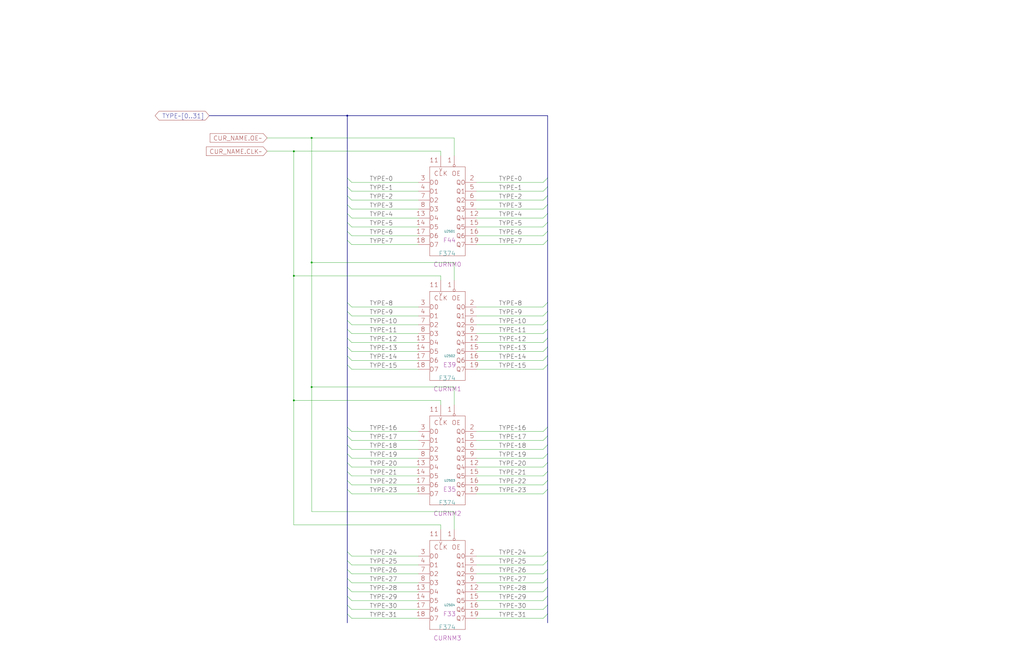
<source format=kicad_sch>
(kicad_sch (version 20211123) (generator eeschema)
  (paper "User" 584.2 378.46)
  (title_block (title "SEQ 24") (date "22-MAY-90") (rev "1.0") (comment 1 "SEQUENCER") (comment 2 "232-003064") (comment 3 "S400") (comment 4 "RELEASED"))
  (lib_symbols
    (symbol "r1000:F374" (pin_numbers hide) (pin_names (offset 1.016) hide)
      (property "Reference" "U" (at 2.54 5.08 0))
      (property "Value" "F374" (at -3.81 -7.62 0))
      (property "Location" "___" (at -1.27 0 0))
      (property "Name" "______" (at 1.27 -15.24 0))
      (symbol "F374_1_1"
        (rectangle (start -8.89 41.91) (end 11.43 -8.89))
        (circle (center 5.08 42.545) (radius 0.635))
        (text "0" (at -5.08 33.02 0) (effects (font (size 2.54 2.54))))
        (text "0" (at 10.16 33.02 0) (effects (font (size 2.54 2.54))))
        (text "1" (at -15.24 0 0) (effects (font (size 2.54 2.54))))
        (text "1" (at -15.24 5.08 0) (effects (font (size 2.54 2.54))))
        (text "1" (at -15.24 10.16 0) (effects (font (size 2.54 2.54))))
        (text "1" (at -15.24 15.24 0) (effects (font (size 2.54 2.54))))
        (text "1" (at -7.62 45.72 0) (effects (font (size 2.54 2.54))))
        (text "1" (at -5.08 27.94 0) (effects (font (size 2.54 2.54))))
        (text "1" (at -5.08 45.72 0) (effects (font (size 2.54 2.54))))
        (text "1" (at 2.54 45.72 0) (effects (font (size 2.54 2.54))))
        (text "1" (at 10.16 27.94 0) (effects (font (size 2.54 2.54))))
        (text "1" (at 15.24 0 0) (effects (font (size 2.54 2.54))))
        (text "1" (at 15.24 5.08 0) (effects (font (size 2.54 2.54))))
        (text "1" (at 15.24 10.16 0) (effects (font (size 2.54 2.54))))
        (text "1" (at 15.24 15.24 0) (effects (font (size 2.54 2.54))))
        (text "2" (at -5.08 22.86 0) (effects (font (size 2.54 2.54))))
        (text "2" (at 10.16 22.86 0) (effects (font (size 2.54 2.54))))
        (text "2" (at 15.24 35.56 0) (effects (font (size 2.54 2.54))))
        (text "2" (at 17.78 15.24 0) (effects (font (size 2.54 2.54))))
        (text "3" (at -12.7 15.24 0) (effects (font (size 2.54 2.54))))
        (text "3" (at -12.7 35.56 0) (effects (font (size 2.54 2.54))))
        (text "3" (at -5.08 17.78 0) (effects (font (size 2.54 2.54))))
        (text "3" (at 10.16 17.78 0) (effects (font (size 2.54 2.54))))
        (text "4" (at -12.7 10.16 0) (effects (font (size 2.54 2.54))))
        (text "4" (at -12.7 30.48 0) (effects (font (size 2.54 2.54))))
        (text "4" (at -5.08 12.7 0) (effects (font (size 2.54 2.54))))
        (text "4" (at 10.16 12.7 0) (effects (font (size 2.54 2.54))))
        (text "5" (at -5.08 7.62 0) (effects (font (size 2.54 2.54))))
        (text "5" (at 10.16 7.62 0) (effects (font (size 2.54 2.54))))
        (text "5" (at 15.24 30.48 0) (effects (font (size 2.54 2.54))))
        (text "5" (at 17.78 10.16 0) (effects (font (size 2.54 2.54))))
        (text "6" (at -5.08 2.54 0) (effects (font (size 2.54 2.54))))
        (text "6" (at 10.16 2.54 0) (effects (font (size 2.54 2.54))))
        (text "6" (at 15.24 25.4 0) (effects (font (size 2.54 2.54))))
        (text "6" (at 17.78 5.08 0) (effects (font (size 2.54 2.54))))
        (text "7" (at -12.7 5.08 0) (effects (font (size 2.54 2.54))))
        (text "7" (at -12.7 25.4 0) (effects (font (size 2.54 2.54))))
        (text "7" (at -5.08 -2.54 0) (effects (font (size 2.54 2.54))))
        (text "7" (at 10.16 -2.54 0) (effects (font (size 2.54 2.54))))
        (text "8" (at -12.7 0 0) (effects (font (size 2.54 2.54))))
        (text "8" (at -12.7 20.32 0) (effects (font (size 2.54 2.54))))
        (text "9" (at 15.24 20.32 0) (effects (font (size 2.54 2.54))))
        (text "9" (at 17.78 0 0) (effects (font (size 2.54 2.54))))
        (text "C" (at -5.08 38.1 0) (effects (font (size 2.54 2.54))))
        (text "D" (at -7.62 -2.54 0) (effects (font (size 2.54 2.54))))
        (text "D" (at -7.62 2.54 0) (effects (font (size 2.54 2.54))))
        (text "D" (at -7.62 7.62 0) (effects (font (size 2.54 2.54))))
        (text "D" (at -7.62 12.7 0) (effects (font (size 2.54 2.54))))
        (text "D" (at -7.62 17.78 0) (effects (font (size 2.54 2.54))))
        (text "D" (at -7.62 22.86 0) (effects (font (size 2.54 2.54))))
        (text "D" (at -7.62 27.94 0) (effects (font (size 2.54 2.54))))
        (text "D" (at -7.62 33.02 0) (effects (font (size 2.54 2.54))))
        (text "E" (at 7.62 38.1 0) (effects (font (size 2.54 2.54))))
        (text "K" (at 0 38.1 0) (effects (font (size 2.54 2.54))))
        (text "L" (at -2.54 38.1 0) (effects (font (size 2.54 2.54))))
        (text "O" (at 5.08 38.1 0) (effects (font (size 2.54 2.54))))
        (text "Q" (at 7.62 -2.54 0) (effects (font (size 2.54 2.54))))
        (text "Q" (at 7.62 2.54 0) (effects (font (size 2.54 2.54))))
        (text "Q" (at 7.62 7.62 0) (effects (font (size 2.54 2.54))))
        (text "Q" (at 7.62 12.7 0) (effects (font (size 2.54 2.54))))
        (text "Q" (at 7.62 17.78 0) (effects (font (size 2.54 2.54))))
        (text "Q" (at 7.62 22.86 0) (effects (font (size 2.54 2.54))))
        (text "Q" (at 7.62 27.94 0) (effects (font (size 2.54 2.54))))
        (text "Q" (at 7.62 33.02 0) (effects (font (size 2.54 2.54))))
        (text "v" (at -2.54 40.64 0) (effects (font (size 2.54 2.54))))
        (pin input line (at 5.08 48.26 270) (length 5.08) (name "OE_") (number "1"))
        (pin input line (at -2.54 48.26 270) (length 6.35) (name "CLK") (number "11"))
        (pin tri_state line (at 17.78 12.7 180) (length 6.35) (name "Q4") (number "12"))
        (pin input line (at -15.24 12.7 0) (length 6.35) (name "D4") (number "13"))
        (pin input line (at -15.24 7.62 0) (length 6.35) (name "D5") (number "14"))
        (pin tri_state line (at 17.78 7.62 180) (length 6.35) (name "Q5") (number "15"))
        (pin tri_state line (at 17.78 2.54 180) (length 6.35) (name "Q6") (number "16"))
        (pin input line (at -15.24 2.54 0) (length 6.35) (name "D6") (number "17"))
        (pin input line (at -15.24 -2.54 0) (length 6.35) (name "D7") (number "18"))
        (pin tri_state line (at 17.78 -2.54 180) (length 6.35) (name "Q7") (number "19"))
        (pin tri_state line (at 17.78 33.02 180) (length 6.35) (name "Q0") (number "2"))
        (pin input line (at -15.24 33.02 0) (length 6.35) (name "D0") (number "3"))
        (pin input line (at -15.24 27.94 0) (length 6.35) (name "D1") (number "4"))
        (pin tri_state line (at 17.78 27.94 180) (length 6.35) (name "Q1") (number "5"))
        (pin tri_state line (at 17.78 22.86 180) (length 6.35) (name "Q2") (number "6"))
        (pin input line (at -15.24 22.86 0) (length 6.35) (name "D2") (number "7"))
        (pin input line (at -15.24 17.78 0) (length 6.35) (name "D3") (number "8"))
        (pin tri_state line (at 17.78 17.78 180) (length 6.35) (name "Q3") (number "9"))
      )
    )
  )
  (junction (at 177.8 149.86) (diameter 0.9144))
  (junction (at 177.8 220.98) (diameter 0.9144))
  (junction (at 167.64 86.36) (diameter 0.9144))
  (junction (at 177.8 78.74) (diameter 0.9144))
  (junction (at 167.64 157.48) (diameter 0.9144))
  (junction (at 198.12 66.04) (diameter 0.9144))
  (junction (at 167.64 228.6) (diameter 0.9144))
  (bus_entry (at 312.42 127) (size -2.54 2.54))
  (bus_entry (at 312.42 106.68) (size -2.54 2.54))
  (bus_entry (at 312.42 340.36) (size -2.54 2.54))
  (bus_entry (at 198.12 111.76) (size 2.54 2.54))
  (bus_entry (at 198.12 264.16) (size 2.54 2.54))
  (bus_entry (at 198.12 121.92) (size 2.54 2.54))
  (bus_entry (at 198.12 203.2) (size 2.54 2.54))
  (bus_entry (at 198.12 274.32) (size 2.54 2.54))
  (bus_entry (at 198.12 198.12) (size 2.54 2.54))
  (bus_entry (at 198.12 254) (size 2.54 2.54))
  (bus_entry (at 312.42 314.96) (size -2.54 2.54))
  (bus_entry (at 198.12 345.44) (size 2.54 2.54))
  (bus_entry (at 312.42 259.08) (size -2.54 2.54))
  (bus_entry (at 312.42 279.4) (size -2.54 2.54))
  (bus_entry (at 312.42 198.12) (size -2.54 2.54))
  (bus_entry (at 198.12 340.36) (size 2.54 2.54))
  (bus_entry (at 312.42 320.04) (size -2.54 2.54))
  (bus_entry (at 312.42 182.88) (size -2.54 2.54))
  (bus_entry (at 198.12 172.72) (size 2.54 2.54))
  (bus_entry (at 198.12 187.96) (size 2.54 2.54))
  (bus_entry (at 312.42 177.8) (size -2.54 2.54))
  (bus_entry (at 198.12 106.68) (size 2.54 2.54))
  (bus_entry (at 198.12 137.16) (size 2.54 2.54))
  (bus_entry (at 198.12 325.12) (size 2.54 2.54))
  (bus_entry (at 312.42 335.28) (size -2.54 2.54))
  (bus_entry (at 312.42 264.16) (size -2.54 2.54))
  (bus_entry (at 312.42 172.72) (size -2.54 2.54))
  (bus_entry (at 198.12 127) (size 2.54 2.54))
  (bus_entry (at 312.42 111.76) (size -2.54 2.54))
  (bus_entry (at 312.42 248.92) (size -2.54 2.54))
  (bus_entry (at 198.12 132.08) (size 2.54 2.54))
  (bus_entry (at 198.12 248.92) (size 2.54 2.54))
  (bus_entry (at 198.12 269.24) (size 2.54 2.54))
  (bus_entry (at 312.42 350.52) (size -2.54 2.54))
  (bus_entry (at 198.12 330.2) (size 2.54 2.54))
  (bus_entry (at 312.42 274.32) (size -2.54 2.54))
  (bus_entry (at 198.12 177.8) (size 2.54 2.54))
  (bus_entry (at 312.42 269.24) (size -2.54 2.54))
  (bus_entry (at 312.42 243.84) (size -2.54 2.54))
  (bus_entry (at 312.42 203.2) (size -2.54 2.54))
  (bus_entry (at 198.12 208.28) (size 2.54 2.54))
  (bus_entry (at 198.12 335.28) (size 2.54 2.54))
  (bus_entry (at 198.12 320.04) (size 2.54 2.54))
  (bus_entry (at 312.42 132.08) (size -2.54 2.54))
  (bus_entry (at 312.42 330.2) (size -2.54 2.54))
  (bus_entry (at 198.12 279.4) (size 2.54 2.54))
  (bus_entry (at 312.42 345.44) (size -2.54 2.54))
  (bus_entry (at 198.12 350.52) (size 2.54 2.54))
  (bus_entry (at 198.12 243.84) (size 2.54 2.54))
  (bus_entry (at 312.42 254) (size -2.54 2.54))
  (bus_entry (at 198.12 314.96) (size 2.54 2.54))
  (bus_entry (at 312.42 137.16) (size -2.54 2.54))
  (bus_entry (at 312.42 121.92) (size -2.54 2.54))
  (bus_entry (at 198.12 182.88) (size 2.54 2.54))
  (bus_entry (at 312.42 101.6) (size -2.54 2.54))
  (bus_entry (at 198.12 116.84) (size 2.54 2.54))
  (bus_entry (at 312.42 116.84) (size -2.54 2.54))
  (bus_entry (at 198.12 259.08) (size 2.54 2.54))
  (bus_entry (at 312.42 187.96) (size -2.54 2.54))
  (bus_entry (at 312.42 208.28) (size -2.54 2.54))
  (bus_entry (at 198.12 193.04) (size 2.54 2.54))
  (bus_entry (at 312.42 325.12) (size -2.54 2.54))
  (bus_entry (at 198.12 101.6) (size 2.54 2.54))
  (bus_entry (at 312.42 193.04) (size -2.54 2.54))
  (bus (pts (xy 198.12 111.76) (xy 198.12 116.84)))
  (bus (pts (xy 312.42 121.92) (xy 312.42 127)))
  (bus (pts (xy 198.12 243.84) (xy 198.12 248.92)))
  (bus (pts (xy 198.12 320.04) (xy 198.12 325.12)))
  (wire (pts (xy 152.4 86.36) (xy 167.64 86.36)))
  (bus (pts (xy 312.42 203.2) (xy 312.42 208.28)))
  (wire (pts (xy 271.78 317.5) (xy 309.88 317.5)))
  (bus (pts (xy 198.12 132.08) (xy 198.12 137.16)))
  (bus (pts (xy 198.12 269.24) (xy 198.12 274.32)))
  (wire (pts (xy 259.08 149.86) (xy 177.8 149.86)))
  (bus (pts (xy 198.12 264.16) (xy 198.12 269.24)))
  (bus (pts (xy 312.42 243.84) (xy 312.42 248.92)))
  (wire (pts (xy 200.66 134.62) (xy 238.76 134.62)))
  (wire (pts (xy 271.78 327.66) (xy 309.88 327.66)))
  (bus (pts (xy 312.42 127) (xy 312.42 132.08)))
  (bus (pts (xy 312.42 340.36) (xy 312.42 345.44)))
  (wire (pts (xy 271.78 139.7) (xy 309.88 139.7)))
  (wire (pts (xy 200.66 139.7) (xy 238.76 139.7)))
  (wire (pts (xy 177.8 78.74) (xy 177.8 149.86)))
  (wire (pts (xy 259.08 78.74) (xy 177.8 78.74)))
  (wire (pts (xy 259.08 88.9) (xy 259.08 78.74)))
  (wire (pts (xy 177.8 149.86) (xy 177.8 220.98)))
  (wire (pts (xy 251.46 160.02) (xy 251.46 157.48)))
  (wire (pts (xy 200.66 185.42) (xy 238.76 185.42)))
  (bus (pts (xy 198.12 101.6) (xy 198.12 106.68)))
  (bus (pts (xy 312.42 101.6) (xy 312.42 106.68)))
  (bus (pts (xy 198.12 325.12) (xy 198.12 330.2)))
  (wire (pts (xy 200.66 210.82) (xy 238.76 210.82)))
  (bus (pts (xy 198.12 187.96) (xy 198.12 193.04)))
  (bus (pts (xy 198.12 121.92) (xy 198.12 127)))
  (wire (pts (xy 271.78 251.46) (xy 309.88 251.46)))
  (bus (pts (xy 312.42 325.12) (xy 312.42 330.2)))
  (bus (pts (xy 198.12 330.2) (xy 198.12 335.28)))
  (wire (pts (xy 271.78 276.86) (xy 309.88 276.86)))
  (bus (pts (xy 312.42 187.96) (xy 312.42 193.04)))
  (bus (pts (xy 198.12 66.04) (xy 198.12 101.6)))
  (bus (pts (xy 312.42 66.04) (xy 198.12 66.04)))
  (bus (pts (xy 312.42 66.04) (xy 312.42 101.6)))
  (wire (pts (xy 200.66 261.62) (xy 238.76 261.62)))
  (bus (pts (xy 312.42 182.88) (xy 312.42 187.96)))
  (bus (pts (xy 198.12 350.52) (xy 198.12 355.6)))
  (bus (pts (xy 312.42 259.08) (xy 312.42 264.16)))
  (bus (pts (xy 198.12 177.8) (xy 198.12 182.88)))
  (wire (pts (xy 271.78 256.54) (xy 309.88 256.54)))
  (bus (pts (xy 312.42 320.04) (xy 312.42 325.12)))
  (wire (pts (xy 271.78 195.58) (xy 309.88 195.58)))
  (wire (pts (xy 271.78 109.22) (xy 309.88 109.22)))
  (wire (pts (xy 200.66 266.7) (xy 238.76 266.7)))
  (wire (pts (xy 200.66 256.54) (xy 238.76 256.54)))
  (wire (pts (xy 259.08 302.26) (xy 259.08 292.1)))
  (wire (pts (xy 200.66 271.78) (xy 238.76 271.78)))
  (wire (pts (xy 200.66 195.58) (xy 238.76 195.58)))
  (wire (pts (xy 200.66 109.22) (xy 238.76 109.22)))
  (wire (pts (xy 200.66 347.98) (xy 238.76 347.98)))
  (bus (pts (xy 312.42 314.96) (xy 312.42 320.04)))
  (bus (pts (xy 312.42 132.08) (xy 312.42 137.16)))
  (wire (pts (xy 177.8 220.98) (xy 177.8 292.1)))
  (bus (pts (xy 312.42 208.28) (xy 312.42 243.84)))
  (wire (pts (xy 200.66 251.46) (xy 238.76 251.46)))
  (bus (pts (xy 312.42 350.52) (xy 312.42 355.6)))
  (wire (pts (xy 200.66 281.94) (xy 238.76 281.94)))
  (wire (pts (xy 271.78 322.58) (xy 309.88 322.58)))
  (wire (pts (xy 271.78 200.66) (xy 309.88 200.66)))
  (wire (pts (xy 167.64 86.36) (xy 167.64 157.48)))
  (wire (pts (xy 271.78 347.98) (xy 309.88 347.98)))
  (bus (pts (xy 198.12 208.28) (xy 198.12 243.84)))
  (wire (pts (xy 167.64 86.36) (xy 251.46 86.36)))
  (wire (pts (xy 251.46 88.9) (xy 251.46 86.36)))
  (bus (pts (xy 198.12 340.36) (xy 198.12 345.44)))
  (wire (pts (xy 271.78 342.9) (xy 309.88 342.9)))
  (wire (pts (xy 271.78 124.46) (xy 309.88 124.46)))
  (wire (pts (xy 200.66 327.66) (xy 238.76 327.66)))
  (wire (pts (xy 251.46 231.14) (xy 251.46 228.6)))
  (wire (pts (xy 251.46 302.26) (xy 251.46 299.72)))
  (bus (pts (xy 119.38 66.04) (xy 198.12 66.04)))
  (wire (pts (xy 200.66 246.38) (xy 238.76 246.38)))
  (wire (pts (xy 167.64 228.6) (xy 167.64 299.72)))
  (bus (pts (xy 312.42 330.2) (xy 312.42 335.28)))
  (wire (pts (xy 271.78 281.94) (xy 309.88 281.94)))
  (bus (pts (xy 198.12 274.32) (xy 198.12 279.4)))
  (wire (pts (xy 200.66 342.9) (xy 238.76 342.9)))
  (bus (pts (xy 198.12 254) (xy 198.12 259.08)))
  (bus (pts (xy 198.12 314.96) (xy 198.12 320.04)))
  (wire (pts (xy 271.78 104.14) (xy 309.88 104.14)))
  (bus (pts (xy 312.42 345.44) (xy 312.42 350.52)))
  (bus (pts (xy 198.12 182.88) (xy 198.12 187.96)))
  (bus (pts (xy 198.12 248.92) (xy 198.12 254)))
  (wire (pts (xy 200.66 190.5) (xy 238.76 190.5)))
  (bus (pts (xy 312.42 116.84) (xy 312.42 121.92)))
  (bus (pts (xy 312.42 193.04) (xy 312.42 198.12)))
  (bus (pts (xy 198.12 203.2) (xy 198.12 208.28)))
  (bus (pts (xy 198.12 279.4) (xy 198.12 314.96)))
  (wire (pts (xy 200.66 337.82) (xy 238.76 337.82)))
  (wire (pts (xy 271.78 210.82) (xy 309.88 210.82)))
  (wire (pts (xy 259.08 231.14) (xy 259.08 220.98)))
  (bus (pts (xy 312.42 254) (xy 312.42 259.08)))
  (bus (pts (xy 198.12 116.84) (xy 198.12 121.92)))
  (wire (pts (xy 167.64 299.72) (xy 251.46 299.72)))
  (wire (pts (xy 200.66 129.54) (xy 238.76 129.54)))
  (wire (pts (xy 259.08 292.1) (xy 177.8 292.1)))
  (bus (pts (xy 312.42 269.24) (xy 312.42 274.32)))
  (wire (pts (xy 271.78 337.82) (xy 309.88 337.82)))
  (bus (pts (xy 312.42 106.68) (xy 312.42 111.76)))
  (wire (pts (xy 271.78 246.38) (xy 309.88 246.38)))
  (wire (pts (xy 271.78 119.38) (xy 309.88 119.38)))
  (bus (pts (xy 198.12 345.44) (xy 198.12 350.52)))
  (bus (pts (xy 198.12 335.28) (xy 198.12 340.36)))
  (wire (pts (xy 200.66 104.14) (xy 238.76 104.14)))
  (bus (pts (xy 312.42 177.8) (xy 312.42 182.88)))
  (wire (pts (xy 200.66 205.74) (xy 238.76 205.74)))
  (wire (pts (xy 259.08 160.02) (xy 259.08 149.86)))
  (wire (pts (xy 271.78 190.5) (xy 309.88 190.5)))
  (bus (pts (xy 312.42 111.76) (xy 312.42 116.84)))
  (wire (pts (xy 271.78 134.62) (xy 309.88 134.62)))
  (wire (pts (xy 271.78 114.3) (xy 309.88 114.3)))
  (bus (pts (xy 198.12 259.08) (xy 198.12 264.16)))
  (bus (pts (xy 312.42 137.16) (xy 312.42 172.72)))
  (wire (pts (xy 271.78 271.78) (xy 309.88 271.78)))
  (wire (pts (xy 271.78 185.42) (xy 309.88 185.42)))
  (bus (pts (xy 312.42 274.32) (xy 312.42 279.4)))
  (wire (pts (xy 271.78 266.7) (xy 309.88 266.7)))
  (wire (pts (xy 200.66 332.74) (xy 238.76 332.74)))
  (wire (pts (xy 152.4 78.74) (xy 177.8 78.74)))
  (wire (pts (xy 271.78 175.26) (xy 309.88 175.26)))
  (bus (pts (xy 198.12 127) (xy 198.12 132.08)))
  (bus (pts (xy 312.42 172.72) (xy 312.42 177.8)))
  (bus (pts (xy 312.42 335.28) (xy 312.42 340.36)))
  (wire (pts (xy 167.64 157.48) (xy 251.46 157.48)))
  (wire (pts (xy 200.66 180.34) (xy 238.76 180.34)))
  (wire (pts (xy 167.64 228.6) (xy 251.46 228.6)))
  (bus (pts (xy 198.12 106.68) (xy 198.12 111.76)))
  (bus (pts (xy 198.12 172.72) (xy 198.12 177.8)))
  (wire (pts (xy 200.66 317.5) (xy 238.76 317.5)))
  (wire (pts (xy 200.66 175.26) (xy 238.76 175.26)))
  (bus (pts (xy 312.42 279.4) (xy 312.42 314.96)))
  (wire (pts (xy 167.64 157.48) (xy 167.64 228.6)))
  (wire (pts (xy 271.78 353.06) (xy 309.88 353.06)))
  (bus (pts (xy 312.42 264.16) (xy 312.42 269.24)))
  (bus (pts (xy 198.12 198.12) (xy 198.12 203.2)))
  (wire (pts (xy 200.66 276.86) (xy 238.76 276.86)))
  (wire (pts (xy 271.78 180.34) (xy 309.88 180.34)))
  (wire (pts (xy 271.78 332.74) (xy 309.88 332.74)))
  (wire (pts (xy 200.66 200.66) (xy 238.76 200.66)))
  (bus (pts (xy 198.12 193.04) (xy 198.12 198.12)))
  (wire (pts (xy 271.78 205.74) (xy 309.88 205.74)))
  (wire (pts (xy 200.66 322.58) (xy 238.76 322.58)))
  (wire (pts (xy 259.08 220.98) (xy 177.8 220.98)))
  (wire (pts (xy 271.78 261.62) (xy 309.88 261.62)))
  (wire (pts (xy 200.66 119.38) (xy 238.76 119.38)))
  (bus (pts (xy 312.42 248.92) (xy 312.42 254)))
  (wire (pts (xy 200.66 353.06) (xy 238.76 353.06)))
  (wire (pts (xy 200.66 114.3) (xy 238.76 114.3)))
  (bus (pts (xy 198.12 137.16) (xy 198.12 172.72)))
  (wire (pts (xy 200.66 124.46) (xy 238.76 124.46)))
  (wire (pts (xy 271.78 129.54) (xy 309.88 129.54)))
  (bus (pts (xy 312.42 198.12) (xy 312.42 203.2)))
  (label "TYPE~16" (at 284.48 246.38 0) (effects (font (size 2.54 2.54))))
  (label "TYPE~11" (at 284.48 190.5 0) (effects (font (size 2.54 2.54))))
  (label "TYPE~28" (at 284.48 337.82 0) (effects (font (size 2.54 2.54))))
  (label "TYPE~11" (at 210.82 190.5 0) (effects (font (size 2.54 2.54))))
  (label "TYPE~0" (at 210.82 104.14 0) (effects (font (size 2.54 2.54))))
  (label "TYPE~18" (at 210.82 256.54 0) (effects (font (size 2.54 2.54))))
  (label "TYPE~10" (at 284.48 185.42 0) (effects (font (size 2.54 2.54))))
  (label "TYPE~5" (at 210.82 129.54 0) (effects (font (size 2.54 2.54))))
  (label "TYPE~28" (at 210.82 337.82 0) (effects (font (size 2.54 2.54))))
  (label "TYPE~26" (at 284.48 327.66 0) (effects (font (size 2.54 2.54))))
  (label "TYPE~9" (at 284.48 180.34 0) (effects (font (size 2.54 2.54))))
  (label "TYPE~29" (at 210.82 342.9 0) (effects (font (size 2.54 2.54))))
  (label "TYPE~21" (at 210.82 271.78 0) (effects (font (size 2.54 2.54))))
  (label "TYPE~17" (at 284.48 251.46 0) (effects (font (size 2.54 2.54))))
  (label "TYPE~31" (at 210.82 353.06 0) (effects (font (size 2.54 2.54))))
  (label "TYPE~22" (at 210.82 276.86 0) (effects (font (size 2.54 2.54))))
  (label "TYPE~13" (at 210.82 200.66 0) (effects (font (size 2.54 2.54))))
  (label "TYPE~20" (at 284.48 266.7 0) (effects (font (size 2.54 2.54))))
  (label "TYPE~2" (at 210.82 114.3 0) (effects (font (size 2.54 2.54))))
  (label "TYPE~6" (at 284.48 134.62 0) (effects (font (size 2.54 2.54))))
  (label "TYPE~4" (at 284.48 124.46 0) (effects (font (size 2.54 2.54))))
  (label "TYPE~7" (at 284.48 139.7 0) (effects (font (size 2.54 2.54))))
  (label "TYPE~21" (at 284.48 271.78 0) (effects (font (size 2.54 2.54))))
  (label "TYPE~19" (at 284.48 261.62 0) (effects (font (size 2.54 2.54))))
  (label "TYPE~29" (at 284.48 342.9 0) (effects (font (size 2.54 2.54))))
  (label "TYPE~19" (at 210.82 261.62 0) (effects (font (size 2.54 2.54))))
  (label "TYPE~24" (at 284.48 317.5 0) (effects (font (size 2.54 2.54))))
  (label "TYPE~9" (at 210.82 180.34 0) (effects (font (size 2.54 2.54))))
  (label "TYPE~13" (at 284.48 200.66 0) (effects (font (size 2.54 2.54))))
  (label "TYPE~12" (at 284.48 195.58 0) (effects (font (size 2.54 2.54))))
  (label "TYPE~24" (at 210.82 317.5 0) (effects (font (size 2.54 2.54))))
  (label "TYPE~16" (at 210.82 246.38 0) (effects (font (size 2.54 2.54))))
  (label "TYPE~30" (at 210.82 347.98 0) (effects (font (size 2.54 2.54))))
  (label "TYPE~12" (at 210.82 195.58 0) (effects (font (size 2.54 2.54))))
  (label "TYPE~18" (at 284.48 256.54 0) (effects (font (size 2.54 2.54))))
  (label "TYPE~27" (at 284.48 332.74 0) (effects (font (size 2.54 2.54))))
  (label "TYPE~20" (at 210.82 266.7 0) (effects (font (size 2.54 2.54))))
  (label "TYPE~30" (at 284.48 347.98 0) (effects (font (size 2.54 2.54))))
  (label "TYPE~14" (at 210.82 205.74 0) (effects (font (size 2.54 2.54))))
  (label "TYPE~23" (at 210.82 281.94 0) (effects (font (size 2.54 2.54))))
  (label "TYPE~8" (at 210.82 175.26 0) (effects (font (size 2.54 2.54))))
  (label "TYPE~23" (at 284.48 281.94 0) (effects (font (size 2.54 2.54))))
  (label "TYPE~6" (at 210.82 134.62 0) (effects (font (size 2.54 2.54))))
  (label "TYPE~15" (at 284.48 210.82 0) (effects (font (size 2.54 2.54))))
  (label "TYPE~8" (at 284.48 175.26 0) (effects (font (size 2.54 2.54))))
  (label "TYPE~14" (at 284.48 205.74 0) (effects (font (size 2.54 2.54))))
  (label "TYPE~7" (at 210.82 139.7 0) (effects (font (size 2.54 2.54))))
  (label "TYPE~5" (at 284.48 129.54 0) (effects (font (size 2.54 2.54))))
  (label "TYPE~1" (at 284.48 109.22 0) (effects (font (size 2.54 2.54))))
  (label "TYPE~4" (at 210.82 124.46 0) (effects (font (size 2.54 2.54))))
  (label "TYPE~1" (at 210.82 109.22 0) (effects (font (size 2.54 2.54))))
  (label "TYPE~3" (at 210.82 119.38 0) (effects (font (size 2.54 2.54))))
  (label "TYPE~25" (at 210.82 322.58 0) (effects (font (size 2.54 2.54))))
  (label "TYPE~10" (at 210.82 185.42 0) (effects (font (size 2.54 2.54))))
  (label "TYPE~2" (at 284.48 114.3 0) (effects (font (size 2.54 2.54))))
  (label "TYPE~27" (at 210.82 332.74 0) (effects (font (size 2.54 2.54))))
  (label "TYPE~26" (at 210.82 327.66 0) (effects (font (size 2.54 2.54))))
  (label "TYPE~25" (at 284.48 322.58 0) (effects (font (size 2.54 2.54))))
  (label "TYPE~15" (at 210.82 210.82 0) (effects (font (size 2.54 2.54))))
  (label "TYPE~17" (at 210.82 251.46 0) (effects (font (size 2.54 2.54))))
  (label "TYPE~3" (at 284.48 119.38 0) (effects (font (size 2.54 2.54))))
  (label "TYPE~0" (at 284.48 104.14 0) (effects (font (size 2.54 2.54))))
  (label "TYPE~31" (at 284.48 353.06 0) (effects (font (size 2.54 2.54))))
  (label "TYPE~22" (at 284.48 276.86 0) (effects (font (size 2.54 2.54))))
  (global_label "TYPE~[0..31]" (shape bidirectional) (at 119.38 66.04 180) (effects (font (size 2.54 2.54))) (property "Intersheet References" "${INTERSHEET_REFS}" (at 90.7264 65.8813 0) (effects (font (size 2.54 2.54)) (justify right))))
  (global_label "CUR_NAME.OE~" (shape input) (at 152.4 78.74 180) (effects (font (size 2.54 2.54))) (property "Intersheet References" "${INTERSHEET_REFS}" (at 119.8759 78.5813 0) (effects (font (size 2.54 2.54)) (justify right))))
  (global_label "CUR_NAME.CLK~" (shape input) (at 152.4 86.36 180) (effects (font (size 2.54 2.54))) (property "Intersheet References" "${INTERSHEET_REFS}" (at 117.6988 86.2013 0) (effects (font (size 2.54 2.54)) (justify right))))
  (symbol (lib_id "r1000:F374") (at 254 137.16 0) (unit 1)
    (property "Reference" "U2501" (at 256.54 132.08 0))
    (property "Value" "F374" (at 250.19 144.78 0) (effects (font (size 2.54 2.54)) (justify left)))
    (property "Location" "F44" (at 252.73 137.16 0) (effects (font (size 2.54 2.54)) (justify left)))
    (property "Name" "CURNM0" (at 255.27 152.4 0) (effects (font (size 2.54 2.54)) (justify bottom)))
  )
  (symbol (lib_id "r1000:F374") (at 254 208.28 0) (unit 1)
    (property "Reference" "U2502" (at 256.54 203.2 0))
    (property "Value" "F374" (at 250.19 215.9 0) (effects (font (size 2.54 2.54)) (justify left)))
    (property "Location" "E39" (at 252.73 208.28 0) (effects (font (size 2.54 2.54)) (justify left)))
    (property "Name" "CURNM1" (at 255.27 223.52 0) (effects (font (size 2.54 2.54)) (justify bottom)))
  )
  (symbol (lib_id "r1000:F374") (at 254 350.52 0) (unit 1)
    (property "Reference" "U2504" (at 256.54 345.44 0))
    (property "Value" "F374" (at 250.19 358.14 0) (effects (font (size 2.54 2.54)) (justify left)))
    (property "Location" "F33" (at 252.73 350.52 0) (effects (font (size 2.54 2.54)) (justify left)))
    (property "Name" "CURNM3" (at 255.27 365.76 0) (effects (font (size 2.54 2.54)) (justify bottom)))
  )
  (symbol (lib_id "r1000:F374") (at 254 279.4 0) (unit 1)
    (property "Reference" "U2503" (at 256.54 274.32 0))
    (property "Value" "F374" (at 250.19 287.02 0) (effects (font (size 2.54 2.54)) (justify left)))
    (property "Location" "E35" (at 252.73 279.4 0) (effects (font (size 2.54 2.54)) (justify left)))
    (property "Name" "CURNM2" (at 255.27 294.64 0) (effects (font (size 2.54 2.54)) (justify bottom)))
  )
)
</source>
